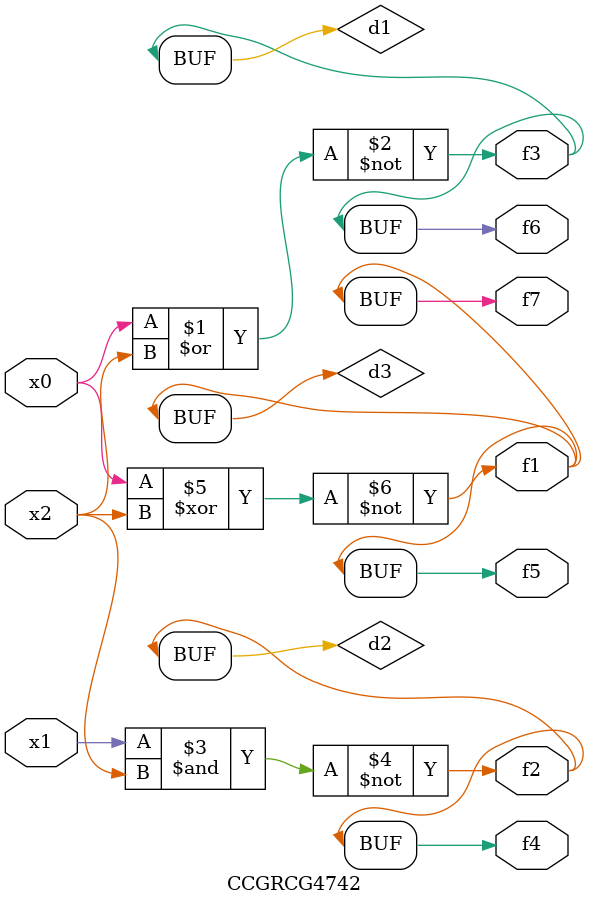
<source format=v>
module CCGRCG4742(
	input x0, x1, x2,
	output f1, f2, f3, f4, f5, f6, f7
);

	wire d1, d2, d3;

	nor (d1, x0, x2);
	nand (d2, x1, x2);
	xnor (d3, x0, x2);
	assign f1 = d3;
	assign f2 = d2;
	assign f3 = d1;
	assign f4 = d2;
	assign f5 = d3;
	assign f6 = d1;
	assign f7 = d3;
endmodule

</source>
